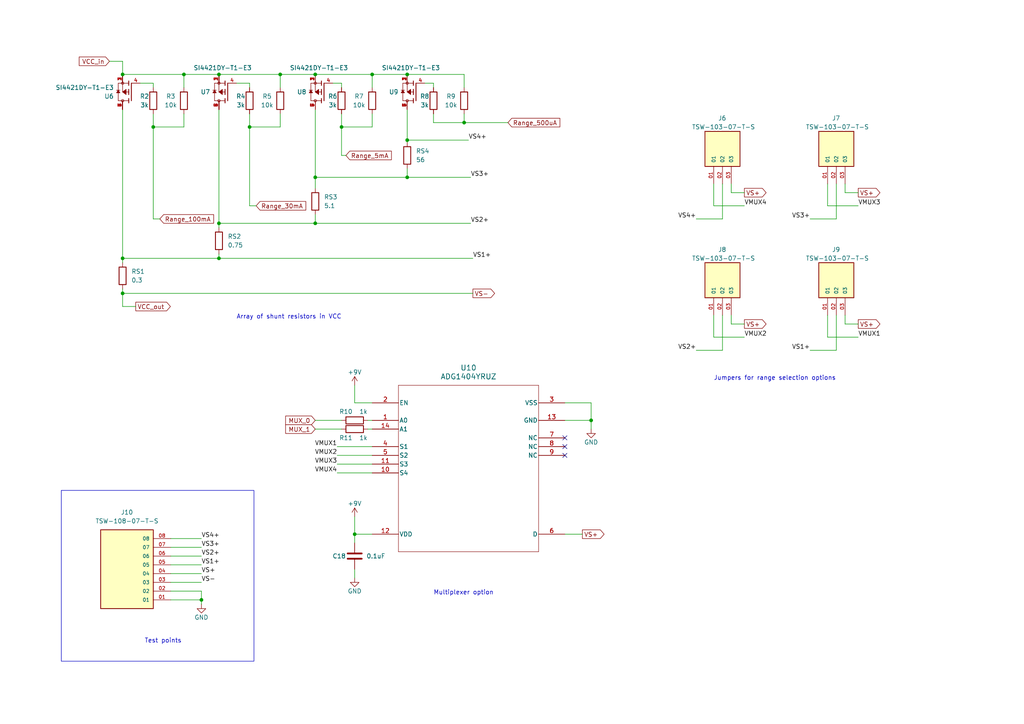
<source format=kicad_sch>
(kicad_sch (version 20231120) (generator "eeschema") (generator_version "8.0")
  (paper "A4")
  (title_block (title "Ranges") (date "2024-03-05") (rev "1") (comment 1 "Shunt voltage extraction and range selection"))
  (lib_symbols
    (symbol "ADG1404YRUZ:ADG1404YRUZ" (pin_names (offset 0.254))
      (property "Reference" "U" (at 27.94 10.16 0))
      (property "Value" "ADG1404YRUZ" (at 27.94 7.62 0))
      (symbol "ADG1404YRUZ_1_1"
        (polyline (pts (xy 7.62 -43.18) (xy 48.26 -43.18)) (stroke (width 0.127)))
        (polyline (pts (xy 7.62 5.08) (xy 7.62 -43.18)) (stroke (width 0.127)))
        (polyline (pts (xy 48.26 -43.18) (xy 48.26 5.08)) (stroke (width 0.127)))
        (polyline (pts (xy 48.26 5.08) (xy 7.62 5.08)) (stroke (width 0.127)))
        (pin unspecified line (at 0 -5.08 0) (length 7.62) (name "A0") (number "1"))
        (pin unspecified line (at 0 -20.32 0) (length 7.62) (name "S4") (number "10"))
        (pin unspecified line (at 0 -17.78 0) (length 7.62) (name "S3") (number "11"))
        (pin power_in line (at 0 -38.1 0) (length 7.62) (name "VDD") (number "12"))
        (pin unspecified line (at 55.88 -5.08 180) (length 7.62) (name "GND") (number "13"))
        (pin unspecified line (at 0 -7.62 0) (length 7.62) (name "A1") (number "14"))
        (pin unspecified line (at 0 0 0) (length 7.62) (name "EN") (number "2"))
        (pin unspecified line (at 55.88 0 180) (length 7.62) (name "VSS") (number "3"))
        (pin unspecified line (at 0 -12.7 0) (length 7.62) (name "S1") (number "4"))
        (pin unspecified line (at 0 -15.24 0) (length 7.62) (name "S2") (number "5"))
        (pin unspecified line (at 55.88 -38.1 180) (length 7.62) (name "D") (number "6"))
        (pin unspecified line (at 55.88 -10.16 180) (length 7.62) (name "NC") (number "7"))
        (pin unspecified line (at 55.88 -12.7 180) (length 7.62) (name "NC") (number "8"))
        (pin unspecified line (at 55.88 -15.24 180) (length 7.62) (name "NC") (number "9"))
      )
    )
    (symbol "Device:C" (pin_numbers hide) (pin_names (offset 0.254))
      (property "Reference" "C" (at 0.635 2.54 0))
      (property "Value" "C" (at 0.635 -2.54 0))
      (symbol "C_0_1"
        (polyline (pts (xy -2.032 -0.762) (xy 2.032 -0.762)) (stroke (width 0.508)))
        (polyline (pts (xy -2.032 0.762) (xy 2.032 0.762)) (stroke (width 0.508)))
      )
      (symbol "C_1_1"
        (pin passive line (at 0 3.81 270) (length 2.794) (name "~") (number "1"))
        (pin passive line (at 0 -3.81 90) (length 2.794) (name "~") (number "2"))
      )
    )
    (symbol "Device:R" (pin_numbers hide) (pin_names (offset 0))
      (property "Reference" "R" (at 2.032 0 90))
      (property "Value" "R" (at 0 0 90))
      (symbol "R_0_1"
        (rectangle (start -1.016 -2.54) (end 1.016 2.54) (stroke (width 0.254)))
      )
      (symbol "R_1_1"
        (pin passive line (at 0 3.81 270) (length 1.27) (name "~") (number "1"))
        (pin passive line (at 0 -3.81 90) (length 1.27) (name "~") (number "2"))
      )
    )
    (symbol "SI4421DY-T1-E3:SI4421DY-T1-E3" (pin_names (offset 1.016))
      (property "Reference" "U" (at -8.89 5.08 0))
      (property "Value" "SI4421DY-T1-E3" (at -8.89 -3.81 0))
      (symbol "SI4421DY-T1-E3_0_0"
        (polyline (pts (xy 0 -2.54) (xy 0 2.54)) (stroke (width 0.254)))
        (polyline (pts (xy 0.762 -3.175) (xy 0.762 -2.54)) (stroke (width 0.254)))
        (polyline (pts (xy 0.762 -2.54) (xy 0.762 -1.905)) (stroke (width 0.254)))
        (polyline (pts (xy 0.762 -2.54) (xy 3.81 -2.54)) (stroke (width 0.1524)))
        (polyline (pts (xy 0.762 -0.762) (xy 0.762 0)) (stroke (width 0.254)))
        (polyline (pts (xy 0.762 0) (xy 0.762 0.762)) (stroke (width 0.254)))
        (polyline (pts (xy 0.762 0) (xy 2.54 0)) (stroke (width 0.1524)))
        (polyline (pts (xy 0.762 1.905) (xy 0.762 2.54)) (stroke (width 0.254)))
        (polyline (pts (xy 0.762 2.54) (xy 0.762 3.175)) (stroke (width 0.254)))
        (polyline (pts (xy 2.54 0) (xy 2.54 2.54)) (stroke (width 0.1524)))
        (polyline (pts (xy 2.54 2.54) (xy 0.762 2.54)) (stroke (width 0.1524)))
        (polyline (pts (xy 2.54 2.54) (xy 3.81 2.54)) (stroke (width 0.1524)))
        (polyline (pts (xy 3.302 0.508) (xy 3.81 0.508)) (stroke (width 0.1524)))
        (polyline (pts (xy 3.81 -2.54) (xy 3.81 0.508)) (stroke (width 0.1524)))
        (polyline (pts (xy 3.81 0.508) (xy 3.81 2.54)) (stroke (width 0.1524)))
        (polyline (pts (xy 3.81 0.508) (xy 4.318 0.508)) (stroke (width 0.1524)))
        (polyline (pts (xy 2.54 0) (xy 1.524 0.762) (xy 1.524 -0.762) (xy 2.54 0)) (stroke (width 0.1524)) (fill (type outline)))
        (polyline (pts (xy 3.81 0.508) (xy 4.318 -0.254) (xy 3.302 -0.254) (xy 3.81 0.508)) (stroke (width 0.1524)) (fill (type outline)))
        (circle (center 2.54 -2.54) (radius 0.3592))
        (circle (center 2.54 2.54) (radius 0.3592))
        (pin passive line (at 2.54 5.08 270) (length 2.54) (name "~") (number "1"))
        (pin passive line (at 2.54 5.08 270) (length 2.54) (name "~") (number "2"))
        (pin passive line (at 2.54 5.08 270) (length 2.54) (name "~") (number "3"))
        (pin passive line (at -2.54 2.54 0) (length 2.54) (name "~") (number "4"))
        (pin passive line (at 2.54 -5.08 90) (length 2.54) (name "~") (number "5"))
        (pin passive line (at 2.54 -5.08 90) (length 2.54) (name "~") (number "6"))
        (pin passive line (at 2.54 -5.08 90) (length 2.54) (name "~") (number "7"))
        (pin passive line (at 2.54 -5.08 90) (length 2.54) (name "~") (number "8"))
      )
    )
    (symbol "TSW-103-07-T-S_1" (pin_names (offset 1.016))
      (property "Reference" "J" (at -5.08 5.842 0))
      (property "Value" "TSW-103-07-T-S" (at -5.08 -7.62 0))
      (symbol "TSW-103-07-T-S_1_0_0"
        (rectangle (start -5.08 -5.08) (end 5.08 5.08) (stroke (width 0.254)) (fill (type background)))
        (pin passive line (at -10.16 2.54 0) (length 5.08) (name "01") (number "01"))
        (pin passive line (at -10.16 0 0) (length 5.08) (name "02") (number "02"))
        (pin passive line (at -10.16 -2.54 0) (length 5.08) (name "03") (number "03"))
      )
    )
    (symbol "TSW-108-07-T-S:TSW-108-07-T-S" (pin_names (offset 1.016))
      (property "Reference" "J" (at -8.12 12.7 0))
      (property "Value" "TSW-108-07-T-S" (at -7.62 -12.7 0))
      (symbol "TSW-108-07-T-S_0_0"
        (rectangle (start -7.62 -10.16) (end 7.62 12.7) (stroke (width 0.254)) (fill (type background)))
        (pin passive line (at -12.7 10.16 0) (length 5.08) (name "01") (number "01"))
        (pin passive line (at -12.7 7.62 0) (length 5.08) (name "02") (number "02"))
        (pin passive line (at -12.7 5.08 0) (length 5.08) (name "03") (number "03"))
        (pin passive line (at -12.7 2.54 0) (length 5.08) (name "04") (number "04"))
        (pin passive line (at -12.7 0 0) (length 5.08) (name "05") (number "05"))
        (pin passive line (at -12.7 -2.54 0) (length 5.08) (name "06") (number "06"))
        (pin passive line (at -12.7 -5.08 0) (length 5.08) (name "07") (number "07"))
        (pin passive line (at -12.7 -7.62 0) (length 5.08) (name "08") (number "08"))
      )
    )
    (symbol "power:+9V" (power) (pin_names (offset 0))
      (property "Value" "+9V" (at 0 3.556 0))
      (symbol "+9V_0_1"
        (polyline (pts (xy -0.762 1.27) (xy 0 2.54)))
        (polyline (pts (xy 0 0) (xy 0 2.54)))
        (polyline (pts (xy 0 2.54) (xy 0.762 1.27)))
      )
      (symbol "+9V_1_1"
        (pin power_in line (at 0 0 90) (length 0) hide (name "+9V") (number "1"))
      )
    )
    (symbol "power:GND" (power) (pin_names (offset 0))
      (property "Value" "GND" (at 0 -3.81 0))
      (symbol "GND_0_1"
        (polyline (pts (xy 0 0) (xy 0 -1.27) (xy 1.27 -1.27) (xy 0 -2.54) (xy -1.27 -1.27) (xy 0 -1.27)))
      )
      (symbol "GND_1_1"
        (pin power_in line (at 0 0 270) (length 0) hide (name "GND") (number "1"))
      )
    )
  )
  (junction (at 91.44 21.59))
  (junction (at 35.56 74.93))
  (junction (at 81.28 21.59))
  (junction (at 35.56 21.59))
  (junction (at 44.45 36.83))
  (junction (at 99.06 36.83))
  (junction (at 35.56 85.09))
  (junction (at 118.11 40.64))
  (junction (at 63.5 21.59))
  (junction (at 134.62 35.56))
  (junction (at 91.44 64.77))
  (junction (at 53.34 21.59))
  (junction (at 63.5 64.77))
  (junction (at 102.87 154.94))
  (junction (at 107.95 21.59))
  (junction (at 118.11 51.435))
  (junction (at 58.42 173.99))
  (junction (at 171.45 121.92))
  (junction (at 118.11 21.59))
  (junction (at 72.39 36.83))
  (junction (at 63.5 74.93))
  (junction (at 91.44 51.435))
  (no_connect (at 163.83 132.08))
  (no_connect (at 163.83 127))
  (no_connect (at 163.83 129.54))
  (wire (pts (xy 118.11 21.59) (xy 134.62 21.59)))
  (wire (pts (xy 49.53 158.75) (xy 58.42 158.75)))
  (wire (pts (xy 35.56 85.09) (xy 137.16 85.09)))
  (wire (pts (xy 49.53 173.99) (xy 58.42 173.99)))
  (wire (pts (xy 245.11 55.88) (xy 248.92 55.88)))
  (wire (pts (xy 99.06 33.02) (xy 99.06 36.83)))
  (wire (pts (xy 91.44 124.46) (xy 99.06 124.46)))
  (wire (pts (xy 49.53 168.91) (xy 58.42 168.91)))
  (wire (pts (xy 240.03 91.44) (xy 240.03 97.79)))
  (wire (pts (xy 207.01 53.34) (xy 207.01 59.69)))
  (wire (pts (xy 81.28 33.02) (xy 81.28 36.83)))
  (wire (pts (xy 102.87 116.84) (xy 102.87 111.76)))
  (wire (pts (xy 107.95 21.59) (xy 118.11 21.59)))
  (wire (pts (xy 91.44 51.435) (xy 91.44 54.61)))
  (wire (pts (xy 35.56 88.9) (xy 39.37 88.9)))
  (wire (pts (xy 240.03 59.69) (xy 248.92 59.69)))
  (wire (pts (xy 49.53 166.37) (xy 58.42 166.37)))
  (wire (pts (xy 245.11 93.98) (xy 248.92 93.98)))
  (wire (pts (xy 44.45 24.13) (xy 44.45 25.4)))
  (wire (pts (xy 35.56 74.93) (xy 63.5 74.93)))
  (wire (pts (xy 58.42 173.99) (xy 58.42 175.26)))
  (wire (pts (xy 201.93 101.6) (xy 209.55 101.6)))
  (wire (pts (xy 49.53 161.29) (xy 58.42 161.29)))
  (wire (pts (xy 240.03 53.34) (xy 240.03 59.69)))
  (wire (pts (xy 63.5 21.59) (xy 81.28 21.59)))
  (wire (pts (xy 102.87 165.1) (xy 102.87 167.64)))
  (wire (pts (xy 102.87 149.86) (xy 102.87 154.94)))
  (wire (pts (xy 136.525 64.77) (xy 91.44 64.77)))
  (wire (pts (xy 58.42 171.45) (xy 58.42 173.99)))
  (wire (pts (xy 35.56 31.75) (xy 35.56 74.93)))
  (wire (pts (xy 74.295 59.69) (xy 72.39 59.69)))
  (wire (pts (xy 53.34 21.59) (xy 53.34 25.4)))
  (wire (pts (xy 44.45 36.83) (xy 44.45 63.5)))
  (wire (pts (xy 207.01 97.79) (xy 215.9 97.79)))
  (wire (pts (xy 72.39 36.83) (xy 81.28 36.83)))
  (wire (pts (xy 107.95 116.84) (xy 102.87 116.84)))
  (wire (pts (xy 163.83 154.94) (xy 168.91 154.94)))
  (wire (pts (xy 91.44 64.77) (xy 91.44 62.23)))
  (wire (pts (xy 118.11 41.275) (xy 118.11 40.64)))
  (wire (pts (xy 35.56 21.59) (xy 53.34 21.59)))
  (wire (pts (xy 53.34 21.59) (xy 63.5 21.59)))
  (wire (pts (xy 234.95 63.5) (xy 242.57 63.5)))
  (wire (pts (xy 163.83 121.92) (xy 171.45 121.92)))
  (wire (pts (xy 99.06 36.83) (xy 107.95 36.83)))
  (wire (pts (xy 209.55 91.44) (xy 209.55 101.6)))
  (wire (pts (xy 72.39 59.69) (xy 72.39 36.83)))
  (wire (pts (xy 102.87 154.94) (xy 107.95 154.94)))
  (wire (pts (xy 136.525 51.435) (xy 118.11 51.435)))
  (wire (pts (xy 99.06 36.83) (xy 99.06 45.085)))
  (wire (pts (xy 49.53 163.83) (xy 58.42 163.83)))
  (wire (pts (xy 134.62 33.02) (xy 134.62 35.56)))
  (wire (pts (xy 242.57 91.44) (xy 242.57 101.6)))
  (wire (pts (xy 97.79 129.54) (xy 107.95 129.54)))
  (wire (pts (xy 212.09 53.34) (xy 212.09 55.88)))
  (wire (pts (xy 44.45 36.83) (xy 53.34 36.83)))
  (wire (pts (xy 99.06 24.13) (xy 99.06 25.4)))
  (wire (pts (xy 163.83 116.84) (xy 171.45 116.84)))
  (wire (pts (xy 91.44 51.435) (xy 118.11 51.435)))
  (wire (pts (xy 100.33 45.085) (xy 99.06 45.085)))
  (wire (pts (xy 97.79 137.16) (xy 107.95 137.16)))
  (wire (pts (xy 49.53 171.45) (xy 58.42 171.45)))
  (wire (pts (xy 40.64 24.13) (xy 44.45 24.13)))
  (wire (pts (xy 63.5 73.66) (xy 63.5 74.93)))
  (wire (pts (xy 137.16 74.93) (xy 63.5 74.93)))
  (wire (pts (xy 91.44 21.59) (xy 107.95 21.59)))
  (wire (pts (xy 207.01 59.69) (xy 215.9 59.69)))
  (wire (pts (xy 135.89 40.64) (xy 118.11 40.64)))
  (wire (pts (xy 118.11 31.75) (xy 118.11 40.64)))
  (wire (pts (xy 207.01 91.44) (xy 207.01 97.79)))
  (wire (pts (xy 102.87 154.94) (xy 102.87 157.48)))
  (wire (pts (xy 91.44 31.75) (xy 91.44 51.435)))
  (wire (pts (xy 134.62 21.59) (xy 134.62 25.4)))
  (wire (pts (xy 212.09 55.88) (xy 215.9 55.88)))
  (wire (pts (xy 35.56 74.93) (xy 35.56 76.2)))
  (wire (pts (xy 35.56 85.09) (xy 35.56 88.9)))
  (wire (pts (xy 63.5 31.75) (xy 63.5 64.77)))
  (wire (pts (xy 125.73 24.13) (xy 123.19 24.13)))
  (wire (pts (xy 171.45 116.84) (xy 171.45 121.92)))
  (wire (pts (xy 44.45 33.02) (xy 44.45 36.83)))
  (wire (pts (xy 125.73 35.56) (xy 134.62 35.56)))
  (wire (pts (xy 96.52 24.13) (xy 99.06 24.13)))
  (wire (pts (xy 106.68 124.46) (xy 107.95 124.46)))
  (wire (pts (xy 171.45 121.92) (xy 171.45 124.46)))
  (wire (pts (xy 91.44 121.92) (xy 99.06 121.92)))
  (wire (pts (xy 201.93 63.5) (xy 209.55 63.5)))
  (wire (pts (xy 72.39 24.13) (xy 72.39 25.4)))
  (wire (pts (xy 81.28 21.59) (xy 91.44 21.59)))
  (wire (pts (xy 125.73 24.13) (xy 125.73 25.4)))
  (wire (pts (xy 209.55 53.34) (xy 209.55 63.5)))
  (wire (pts (xy 97.79 134.62) (xy 107.95 134.62)))
  (wire (pts (xy 49.53 156.21) (xy 58.42 156.21)))
  (wire (pts (xy 68.58 24.13) (xy 72.39 24.13)))
  (wire (pts (xy 63.5 64.77) (xy 91.44 64.77)))
  (wire (pts (xy 53.34 33.02) (xy 53.34 36.83)))
  (wire (pts (xy 107.95 33.02) (xy 107.95 36.83)))
  (wire (pts (xy 245.11 91.44) (xy 245.11 93.98)))
  (wire (pts (xy 134.62 35.56) (xy 147.32 35.56)))
  (wire (pts (xy 46.355 63.5) (xy 44.45 63.5)))
  (wire (pts (xy 242.57 53.34) (xy 242.57 63.5)))
  (wire (pts (xy 97.79 132.08) (xy 107.95 132.08)))
  (wire (pts (xy 234.95 101.6) (xy 242.57 101.6)))
  (wire (pts (xy 240.03 97.79) (xy 248.92 97.79)))
  (wire (pts (xy 81.28 21.59) (xy 81.28 25.4)))
  (wire (pts (xy 35.56 83.82) (xy 35.56 85.09)))
  (wire (pts (xy 245.11 53.34) (xy 245.11 55.88)))
  (wire (pts (xy 31.75 17.78) (xy 35.56 17.78)))
  (wire (pts (xy 125.73 33.02) (xy 125.73 35.56)))
  (wire (pts (xy 212.09 91.44) (xy 212.09 93.98)))
  (wire (pts (xy 72.39 36.83) (xy 72.39 33.02)))
  (wire (pts (xy 35.56 17.78) (xy 35.56 21.59)))
  (wire (pts (xy 118.11 51.435) (xy 118.11 48.895)))
  (wire (pts (xy 212.09 93.98) (xy 215.9 93.98)))
  (wire (pts (xy 107.95 21.59) (xy 107.95 25.4)))
  (wire (pts (xy 106.68 121.92) (xy 107.95 121.92)))
  (wire (pts (xy 63.5 64.77) (xy 63.5 66.04)))
  (rectangle (start 17.78 142.24) (end 73.66 191.77))
  (text "Test points" (at 41.91 186.69 0) (effects (font (size 1.27 1.27)) (justify left bottom)))
  (text "Multiplexer option" (at 125.73 172.72 0) (effects (font (size 1.27 1.27)) (justify left bottom)))
  (text "Jumpers for range selection options" (at 207.01 110.49 0) (effects (font (size 1.27 1.27)) (justify left bottom)))
  (text "Array of shunt resistors in VCC" (at 68.58 92.71 0) (effects (font (size 1.27 1.27)) (justify left bottom)))
  (label "VS3+" (at 234.95 63.5 180))
  (label "VMUX4" (at 97.79 137.16 180))
  (label "VS4+" (at 201.93 63.5 180))
  (label "VS1+" (at 234.95 101.6 180))
  (label "VMUX4" (at 215.9 59.69 0))
  (label "VMUX3" (at 248.92 59.69 0))
  (label "VMUX1" (at 248.92 97.79 0))
  (label "VMUX1" (at 97.79 129.54 180))
  (label "VS3+" (at 58.42 158.75 0))
  (label "VS3+" (at 136.525 51.435 0))
  (label "VS1+" (at 58.42 163.83 0))
  (label "VS2+" (at 136.525 64.77 0))
  (label "VS-" (at 58.42 168.91 0))
  (label "VMUX2" (at 215.9 97.79 0))
  (label "VS2+" (at 201.93 101.6 180))
  (label "VMUX2" (at 97.79 132.08 180))
  (label "VS4+" (at 135.89 40.64 0))
  (label "VMUX3" (at 97.79 134.62 180))
  (label "VS1+" (at 137.16 74.93 0))
  (label "VS+" (at 58.42 166.37 0))
  (label "VS2+" (at 58.42 161.29 0))
  (label "VS4+" (at 58.42 156.21 0))
  (global_label "VS+" (shape output) (at 215.9 93.98 0) (property "Intersheetrefs" "${INTERSHEET_REFS}" (effects (hide yes))))
  (global_label "Range_100mA" (shape input) (at 46.355 63.5 0) (property "Intersheetrefs" "${INTERSHEET_REFS}" (effects (hide yes))))
  (global_label "MUX_1" (shape input) (at 91.44 124.46 180) (property "Intersheetrefs" "${INTERSHEET_REFS}" (effects (hide yes))))
  (global_label "VS+" (shape output) (at 248.92 55.88 0) (property "Intersheetrefs" "${INTERSHEET_REFS}" (effects (hide yes))))
  (global_label "Range_30mA" (shape input) (at 74.295 59.69 0) (property "Intersheetrefs" "${INTERSHEET_REFS}" (effects (hide yes))))
  (global_label "VS+" (shape output) (at 248.92 93.98 0) (property "Intersheetrefs" "${INTERSHEET_REFS}" (effects (hide yes))))
  (global_label "MUX_0" (shape input) (at 91.44 121.92 180) (property "Intersheetrefs" "${INTERSHEET_REFS}" (effects (hide yes))))
  (global_label "Range_5mA" (shape input) (at 100.33 45.085 0) (property "Intersheetrefs" "${INTERSHEET_REFS}" (effects (hide yes))))
  (global_label "VCC_in" (shape input) (at 31.75 17.78 180) (property "Intersheetrefs" "${INTERSHEET_REFS}" (effects (hide yes))))
  (global_label "VS+" (shape output) (at 168.91 154.94 0) (property "Intersheetrefs" "${INTERSHEET_REFS}" (effects (hide yes))))
  (global_label "VS-" (shape output) (at 137.16 85.09 0) (property "Intersheetrefs" "${INTERSHEET_REFS}" (effects (hide yes))))
  (global_label "VS+" (shape output) (at 215.9 55.88 0) (property "Intersheetrefs" "${INTERSHEET_REFS}" (effects (hide yes))))
  (global_label "Range_500uA" (shape input) (at 147.32 35.56 0) (property "Intersheetrefs" "${INTERSHEET_REFS}" (effects (hide yes))))
  (global_label "VCC_out" (shape output) (at 39.37 88.9 0) (property "Intersheetrefs" "${INTERSHEET_REFS}" (effects (hide yes))))
  (symbol (lib_id "SI4421DY-T1-E3:SI4421DY-T1-E3") (at 93.98 26.67 0) (mirror y) (unit 1)
    (property "Reference" "U8" (at 88.9 26.67 0) (effects (justify left)))
    (property "Value" "SI4421DY-T1-E3" (at 100.965 19.685 0) (effects (justify left)))
    (property "Footprint" "jibiri:SI4421DY-T1-E3" (effects (hide yes)))
    (property "Description" "\nP-CHANNEL 20-V (D-S) MOSFET | Siliconix / Vishay SI4421DY-T1-E3\n" (effects (hide yes)))
    (property "MF" "Vishay Siliconix" (effects (hide yes)))
    (property "MAXIMUM_PACKAGE_HEIGHT" "1.75mm" (effects (hide yes)))
    (property "Package" "SOIC-8 Vishay" (effects (hide yes)))
    (property "Price" "None" (effects (hide yes)))
    (property "Check_prices" "https://www.snapeda.com/parts/SI4421DY-T1-E3/Vishay+Siliconix/view-part/?ref=eda" (effects (hide yes)))
    (property "STANDARD" "IPC 7351B" (effects (hide yes)))
    (property "PARTREV" "Rev. C, 22-sep-08" (effects (hide yes)))
    (property "SnapEDA_Link" "https://www.snapeda.com/parts/SI4421DY-T1-E3/Vishay+Siliconix/view-part/?ref=snap" (effects (hide yes)))
    (property "MP" "SI4421DY-T1-E3" (effects (hide yes)))
    (property "Purchase-URL" "https://www.snapeda.com/api/url_track_click_mouser/?unipart_id=835732&manufacturer=Vishay Siliconix&part_name=SI4421DY-T1-E3&search_term=si4421dy" (effects (hide yes)))
    (property "Availability" "In Stock" (effects (hide yes)))
    (property "MANUFACTURER" "Vishay" (effects (hide yes)))
  )
  (symbol (lib_id "TSW-108-07-T-S:TSW-108-07-T-S") (at 36.83 163.83 180) (unit 1)
    (property "Reference" "J10" (at 36.83 148.59 0))
    (property "Value" "TSW-108-07-T-S" (at 36.83 151.13 0))
    (property "Footprint" "jibiri:TSW-108-07-T-S" (effects (hide yes)))
    (property "PARTREV" "R" (effects (hide yes)))
    (property "STANDARD" "Manufacturer Recommendations" (effects (hide yes)))
    (property "MANUFACTURER" "Samtec Inc." (effects (hide yes)))
  )
  (symbol (lib_id "Device:R") (at 118.11 45.085 0) (unit 1)
    (property "Reference" "RS4" (at 120.65 43.815 0) (effects (justify left)))
    (property "Value" "56" (at 120.65 46.355 0) (effects (justify left)))
    (property "Footprint" "Resistor_SMD:R_1206_3216Metric_Pad1.30x1.75mm_HandSolder" (effects (hide yes)))
  )
  (symbol (lib_id "Device:R") (at 107.95 29.21 0) (unit 1)
    (property "Reference" "R7" (at 104.14 27.94 0))
    (property "Value" "10k" (at 104.14 30.48 0))
    (property "Footprint" "Resistor_SMD:R_1206_3216Metric_Pad1.30x1.75mm_HandSolder" (effects (hide yes)))
  )
  (symbol (lib_name "TSW-103-07-T-S_1") (lib_id "TSW-103-07-T-S:TSW-103-07-T-S") (at 209.55 81.28 90) (unit 1)
    (property "Reference" "J8" (at 208.28 72.39 90) (effects (justify right)))
    (property "Value" "TSW-103-07-T-S" (at 200.66 74.93 90) (effects (justify right)))
    (property "Footprint" "jibiri:TSW-103-07-T-S" (effects (hide yes)))
    (property "Description" "\nTSW - Samtec 2.54mm Pin Header 10.92mm Overall Pin Length (07) - Fast Stock\n" (effects (hide yes)))
    (property "MF" "Samtec Inc." (effects (hide yes)))
    (property "DESCRIPTION" "TSW - Samtec 2.54mm Pin Header 10.92mm Overall Pin Length (07) - Fast Stock" (effects (hide yes)))
    (property "PACKAGE" "None" (effects (hide yes)))
    (property "PRICE" "None" (effects (hide yes)))
    (property "Package" "None" (effects (hide yes)))
    (property "Check_prices" "https://www.snapeda.com/parts/TSW-103-07-T-S/Samtec+Inc./view-part/?ref=eda" (effects (hide yes)))
    (property "Price" "None" (effects (hide yes)))
    (property "SnapEDA_Link" "https://www.snapeda.com/parts/TSW-103-07-T-S/Samtec+Inc./view-part/?ref=snap" (effects (hide yes)))
    (property "MP" "TSW-103-07-T-S" (effects (hide yes)))
    (property "Availability" "In Stock" (effects (hide yes)))
    (property "AVAILABILITY" "In Stock" (effects (hide yes)))
    (property "PURCHASE-URL" "https://pricing.snapeda.com/search/part/TSW-103-07-T-S/?ref=eda" (effects (hide yes)))
  )
  (symbol (lib_id "SI4421DY-T1-E3:SI4421DY-T1-E3") (at 66.04 26.67 0) (mirror y) (unit 1)
    (property "Reference" "U7" (at 60.96 26.67 0) (effects (justify left)))
    (property "Value" "SI4421DY-T1-E3" (at 73.025 19.685 0) (effects (justify left)))
    (property "Footprint" "jibiri:SI4421DY-T1-E3" (effects (hide yes)))
    (property "Description" "\nP-CHANNEL 20-V (D-S) MOSFET | Siliconix / Vishay SI4421DY-T1-E3\n" (effects (hide yes)))
    (property "MF" "Vishay Siliconix" (effects (hide yes)))
    (property "MAXIMUM_PACKAGE_HEIGHT" "1.75mm" (effects (hide yes)))
    (property "Package" "SOIC-8 Vishay" (effects (hide yes)))
    (property "Price" "None" (effects (hide yes)))
    (property "Check_prices" "https://www.snapeda.com/parts/SI4421DY-T1-E3/Vishay+Siliconix/view-part/?ref=eda" (effects (hide yes)))
    (property "STANDARD" "IPC 7351B" (effects (hide yes)))
    (property "PARTREV" "Rev. C, 22-sep-08" (effects (hide yes)))
    (property "SnapEDA_Link" "https://www.snapeda.com/parts/SI4421DY-T1-E3/Vishay+Siliconix/view-part/?ref=snap" (effects (hide yes)))
    (property "MP" "SI4421DY-T1-E3" (effects (hide yes)))
    (property "Purchase-URL" "https://www.snapeda.com/api/url_track_click_mouser/?unipart_id=835732&manufacturer=Vishay Siliconix&part_name=SI4421DY-T1-E3&search_term=si4421dy" (effects (hide yes)))
    (property "Availability" "In Stock" (effects (hide yes)))
    (property "MANUFACTURER" "Vishay" (effects (hide yes)))
  )
  (symbol (lib_id "ADG1404YRUZ:ADG1404YRUZ") (at 107.95 116.84 0) (unit 1)
    (property "Reference" "U10" (at 135.89 106.68 0) (effects (font (size 1.524 1.524))))
    (property "Value" "ADG1404YRUZ" (at 135.89 109.22 0) (effects (font (size 1.524 1.524))))
    (property "Footprint" "jibiri:ADG1404YRUZ" (effects (hide yes)))
    (property "Datasheet" "ADG1404YRUZ" (effects (hide yes)))
  )
  (symbol (lib_id "Device:R") (at 91.44 58.42 0) (unit 1)
    (property "Reference" "RS3" (at 93.98 57.15 0) (effects (justify left)))
    (property "Value" "5.1" (at 93.98 59.69 0) (effects (justify left)))
    (property "Footprint" "Resistor_SMD:R_1206_3216Metric_Pad1.30x1.75mm_HandSolder" (effects (hide yes)))
  )
  (symbol (lib_id "Device:R") (at 125.73 29.21 0) (unit 1)
    (property "Reference" "R8" (at 123.19 27.94 0))
    (property "Value" "3k" (at 123.19 30.48 0))
    (property "Footprint" "Resistor_SMD:R_1206_3216Metric_Pad1.30x1.75mm_HandSolder" (effects (hide yes)))
  )
  (symbol (lib_id "Device:R") (at 99.06 29.21 0) (unit 1)
    (property "Reference" "R6" (at 96.52 27.94 0))
    (property "Value" "3k" (at 96.52 30.48 0))
    (property "Footprint" "Resistor_SMD:R_1206_3216Metric_Pad1.30x1.75mm_HandSolder" (effects (hide yes)))
  )
  (symbol (lib_id "SI4421DY-T1-E3:SI4421DY-T1-E3") (at 120.65 26.67 0) (mirror y) (unit 1)
    (property "Reference" "U9" (at 115.57 26.67 0) (effects (justify left)))
    (property "Value" "SI4421DY-T1-E3" (at 127.635 19.685 0) (effects (justify left)))
    (property "Footprint" "jibiri:SI4421DY-T1-E3" (effects (hide yes)))
    (property "Description" "\nP-CHANNEL 20-V (D-S) MOSFET | Siliconix / Vishay SI4421DY-T1-E3\n" (effects (hide yes)))
    (property "MF" "Vishay Siliconix" (effects (hide yes)))
    (property "MAXIMUM_PACKAGE_HEIGHT" "1.75mm" (effects (hide yes)))
    (property "Package" "SOIC-8 Vishay" (effects (hide yes)))
    (property "Price" "None" (effects (hide yes)))
    (property "Check_prices" "https://www.snapeda.com/parts/SI4421DY-T1-E3/Vishay+Siliconix/view-part/?ref=eda" (effects (hide yes)))
    (property "STANDARD" "IPC 7351B" (effects (hide yes)))
    (property "PARTREV" "Rev. C, 22-sep-08" (effects (hide yes)))
    (property "SnapEDA_Link" "https://www.snapeda.com/parts/SI4421DY-T1-E3/Vishay+Siliconix/view-part/?ref=snap" (effects (hide yes)))
    (property "MP" "SI4421DY-T1-E3" (effects (hide yes)))
    (property "Purchase-URL" "https://www.snapeda.com/api/url_track_click_mouser/?unipart_id=835732&manufacturer=Vishay Siliconix&part_name=SI4421DY-T1-E3&search_term=si4421dy" (effects (hide yes)))
    (property "Availability" "In Stock" (effects (hide yes)))
    (property "MANUFACTURER" "Vishay" (effects (hide yes)))
  )
  (symbol (lib_id "Device:R") (at 72.39 29.21 0) (unit 1)
    (property "Reference" "R4" (at 69.85 27.94 0))
    (property "Value" "3k" (at 69.85 30.48 0))
    (property "Footprint" "Resistor_SMD:R_1206_3216Metric_Pad1.30x1.75mm_HandSolder" (effects (hide yes)))
  )
  (symbol (lib_id "Device:R") (at 134.62 29.21 0) (unit 1)
    (property "Reference" "R9" (at 130.81 27.94 0))
    (property "Value" "10k" (at 130.81 30.48 0))
    (property "Footprint" "Resistor_SMD:R_1206_3216Metric_Pad1.30x1.75mm_HandSolder" (effects (hide yes)))
  )
  (symbol (lib_id "power:+9V") (at 102.87 111.76 0) (unit 1)
    (property "Reference" "#PWR01" (effects (hide yes)))
    (property "Value" "+9V" (at 102.87 107.95 0))
  )
  (symbol (lib_id "power:+9V") (at 102.87 149.86 0) (unit 1)
    (property "Reference" "#PWR026" (effects (hide yes)))
    (property "Value" "+9V" (at 102.87 146.05 0))
  )
  (symbol (lib_name "TSW-103-07-T-S_1") (lib_id "TSW-103-07-T-S:TSW-103-07-T-S") (at 209.55 43.18 90) (unit 1)
    (property "Reference" "J6" (at 208.28 34.29 90) (effects (justify right)))
    (property "Value" "TSW-103-07-T-S" (at 200.66 36.83 90) (effects (justify right)))
    (property "Footprint" "jibiri:TSW-103-07-T-S" (effects (hide yes)))
    (property "Description" "\nTSW - Samtec 2.54mm Pin Header 10.92mm Overall Pin Length (07) - Fast Stock\n" (effects (hide yes)))
    (property "MF" "Samtec Inc." (effects (hide yes)))
    (property "DESCRIPTION" "TSW - Samtec 2.54mm Pin Header 10.92mm Overall Pin Length (07) - Fast Stock" (effects (hide yes)))
    (property "PACKAGE" "None" (effects (hide yes)))
    (property "PRICE" "None" (effects (hide yes)))
    (property "Package" "None" (effects (hide yes)))
    (property "Check_prices" "https://www.snapeda.com/parts/TSW-103-07-T-S/Samtec+Inc./view-part/?ref=eda" (effects (hide yes)))
    (property "Price" "None" (effects (hide yes)))
    (property "SnapEDA_Link" "https://www.snapeda.com/parts/TSW-103-07-T-S/Samtec+Inc./view-part/?ref=snap" (effects (hide yes)))
    (property "MP" "TSW-103-07-T-S" (effects (hide yes)))
    (property "Availability" "In Stock" (effects (hide yes)))
    (property "AVAILABILITY" "In Stock" (effects (hide yes)))
    (property "PURCHASE-URL" "https://pricing.snapeda.com/search/part/TSW-103-07-T-S/?ref=eda" (effects (hide yes)))
  )
  (symbol (lib_id "Device:R") (at 102.87 124.46 90) (unit 1)
    (property "Reference" "R11" (at 100.33 127 90))
    (property "Value" "1k" (at 105.41 127 90))
    (property "Footprint" "Resistor_SMD:R_1206_3216Metric_Pad1.30x1.75mm_HandSolder" (effects (hide yes)))
  )
  (symbol (lib_id "SI4421DY-T1-E3:SI4421DY-T1-E3") (at 38.1 26.67 0) (mirror y) (unit 1)
    (property "Reference" "U6" (at 33.02 27.94 0) (effects (justify left)))
    (property "Value" "SI4421DY-T1-E3" (at 33.02 25.4 0) (effects (justify left)))
    (property "Footprint" "jibiri:SI4421DY-T1-E3" (effects (hide yes)))
    (property "Description" "\nP-CHANNEL 20-V (D-S) MOSFET | Siliconix / Vishay SI4421DY-T1-E3\n" (effects (hide yes)))
    (property "MF" "Vishay Siliconix" (effects (hide yes)))
    (property "MAXIMUM_PACKAGE_HEIGHT" "1.75mm" (effects (hide yes)))
    (property "Package" "SOIC-8 Vishay" (effects (hide yes)))
    (property "Price" "None" (effects (hide yes)))
    (property "Check_prices" "https://www.snapeda.com/parts/SI4421DY-T1-E3/Vishay+Siliconix/view-part/?ref=eda" (effects (hide yes)))
    (property "STANDARD" "IPC 7351B" (effects (hide yes)))
    (property "PARTREV" "Rev. C, 22-sep-08" (effects (hide yes)))
    (property "SnapEDA_Link" "https://www.snapeda.com/parts/SI4421DY-T1-E3/Vishay+Siliconix/view-part/?ref=snap" (effects (hide yes)))
    (property "MP" "SI4421DY-T1-E3" (effects (hide yes)))
    (property "Purchase-URL" "https://www.snapeda.com/api/url_track_click_mouser/?unipart_id=835732&manufacturer=Vishay Siliconix&part_name=SI4421DY-T1-E3&search_term=si4421dy" (effects (hide yes)))
    (property "Availability" "In Stock" (effects (hide yes)))
    (property "MANUFACTURER" "Vishay" (effects (hide yes)))
  )
  (symbol (lib_id "Device:R") (at 63.5 69.85 0) (unit 1)
    (property "Reference" "RS2" (at 66.04 68.58 0) (effects (justify left)))
    (property "Value" "0.75" (at 66.04 71.12 0) (effects (justify left)))
    (property "Footprint" "Resistor_SMD:R_0612_1632Metric_Pad1.18x3.40mm_HandSolder" (effects (hide yes)))
  )
  (symbol (lib_id "Device:R") (at 44.45 29.21 0) (unit 1)
    (property "Reference" "R2" (at 41.91 27.94 0))
    (property "Value" "3k" (at 41.91 30.48 0))
    (property "Footprint" "Resistor_SMD:R_1206_3216Metric_Pad1.30x1.75mm_HandSolder" (effects (hide yes)))
  )
  (symbol (lib_id "power:GND") (at 58.42 175.26 0) (unit 1)
    (property "Reference" "#PWR042" (effects (hide yes)))
    (property "Value" "GND" (at 58.42 179.07 0))
  )
  (symbol (lib_id "Device:C") (at 102.87 161.29 180) (unit 1)
    (property "Reference" "C18" (at 100.33 161.29 0) (effects (justify left)))
    (property "Value" "0.1uF" (at 111.76 161.29 0) (effects (justify left)))
    (property "Footprint" "Capacitor_SMD:C_1206_3216Metric_Pad1.33x1.80mm_HandSolder" (effects (hide yes)))
  )
  (symbol (lib_id "power:GND") (at 102.87 167.64 0) (unit 1)
    (property "Reference" "#PWR041" (effects (hide yes)))
    (property "Value" "GND" (at 102.87 171.45 0))
  )
  (symbol (lib_id "Device:R") (at 102.87 121.92 90) (unit 1)
    (property "Reference" "R10" (at 100.33 119.38 90))
    (property "Value" "1k" (at 105.41 119.38 90))
    (property "Footprint" "Resistor_SMD:R_1206_3216Metric_Pad1.30x1.75mm_HandSolder" (effects (hide yes)))
  )
  (symbol (lib_name "TSW-103-07-T-S_1") (lib_id "TSW-103-07-T-S:TSW-103-07-T-S") (at 242.57 43.18 90) (unit 1)
    (property "Reference" "J7" (at 241.3 34.29 90) (effects (justify right)))
    (property "Value" "TSW-103-07-T-S" (at 233.68 36.83 90) (effects (justify right)))
    (property "Footprint" "jibiri:TSW-103-07-T-S" (effects (hide yes)))
    (property "Description" "\nTSW - Samtec 2.54mm Pin Header 10.92mm Overall Pin Length (07) - Fast Stock\n" (effects (hide yes)))
    (property "MF" "Samtec Inc." (effects (hide yes)))
    (property "DESCRIPTION" "TSW - Samtec 2.54mm Pin Header 10.92mm Overall Pin Length (07) - Fast Stock" (effects (hide yes)))
    (property "PACKAGE" "None" (effects (hide yes)))
    (property "PRICE" "None" (effects (hide yes)))
    (property "Package" "None" (effects (hide yes)))
    (property "Check_prices" "https://www.snapeda.com/parts/TSW-103-07-T-S/Samtec+Inc./view-part/?ref=eda" (effects (hide yes)))
    (property "Price" "None" (effects (hide yes)))
    (property "SnapEDA_Link" "https://www.snapeda.com/parts/TSW-103-07-T-S/Samtec+Inc./view-part/?ref=snap" (effects (hide yes)))
    (property "MP" "TSW-103-07-T-S" (effects (hide yes)))
    (property "Availability" "In Stock" (effects (hide yes)))
    (property "AVAILABILITY" "In Stock" (effects (hide yes)))
    (property "PURCHASE-URL" "https://pricing.snapeda.com/search/part/TSW-103-07-T-S/?ref=eda" (effects (hide yes)))
  )
  (symbol (lib_id "power:GND") (at 171.45 124.46 0) (unit 1)
    (property "Reference" "#PWR027" (effects (hide yes)))
    (property "Value" "GND" (at 171.45 128.27 0))
  )
  (symbol (lib_id "Device:R") (at 53.34 29.21 0) (unit 1)
    (property "Reference" "R3" (at 49.53 27.94 0))
    (property "Value" "10k" (at 49.53 30.48 0))
    (property "Footprint" "Resistor_SMD:R_1206_3216Metric_Pad1.30x1.75mm_HandSolder" (effects (hide yes)))
  )
  (symbol (lib_id "Device:R") (at 35.56 80.01 0) (unit 1)
    (property "Reference" "RS1" (at 38.1 78.74 0) (effects (justify left)))
    (property "Value" "0.3" (at 38.1 81.28 0) (effects (justify left)))
    (property "Footprint" "Resistor_SMD:R_2512_6332Metric_Pad1.40x3.35mm_HandSolder" (effects (hide yes)))
  )
  (symbol (lib_name "TSW-103-07-T-S_1") (lib_id "TSW-103-07-T-S:TSW-103-07-T-S") (at 242.57 81.28 90) (unit 1)
    (property "Reference" "J9" (at 241.3 72.39 90) (effects (justify right)))
    (property "Value" "TSW-103-07-T-S" (at 233.68 74.93 90) (effects (justify right)))
    (property "Footprint" "jibiri:TSW-103-07-T-S" (effects (hide yes)))
    (property "Description" "\nTSW - Samtec 2.54mm Pin Header 10.92mm Overall Pin Length (07) - Fast Stock\n" (effects (hide yes)))
    (property "MF" "Samtec Inc." (effects (hide yes)))
    (property "DESCRIPTION" "TSW - Samtec 2.54mm Pin Header 10.92mm Overall Pin Length (07) - Fast Stock" (effects (hide yes)))
    (property "PACKAGE" "None" (effects (hide yes)))
    (property "PRICE" "None" (effects (hide yes)))
    (property "Package" "None" (effects (hide yes)))
    (property "Check_prices" "https://www.snapeda.com/parts/TSW-103-07-T-S/Samtec+Inc./view-part/?ref=eda" (effects (hide yes)))
    (property "Price" "None" (effects (hide yes)))
    (property "SnapEDA_Link" "https://www.snapeda.com/parts/TSW-103-07-T-S/Samtec+Inc./view-part/?ref=snap" (effects (hide yes)))
    (property "MP" "TSW-103-07-T-S" (effects (hide yes)))
    (property "Availability" "In Stock" (effects (hide yes)))
    (property "AVAILABILITY" "In Stock" (effects (hide yes)))
    (property "PURCHASE-URL" "https://pricing.snapeda.com/search/part/TSW-103-07-T-S/?ref=eda" (effects (hide yes)))
  )
  (symbol (lib_id "Device:R") (at 81.28 29.21 0) (unit 1)
    (property "Reference" "R5" (at 77.47 27.94 0))
    (property "Value" "10k" (at 77.47 30.48 0))
    (property "Footprint" "Resistor_SMD:R_1206_3216Metric_Pad1.30x1.75mm_HandSolder" (effects (hide yes)))
  )
)
</source>
